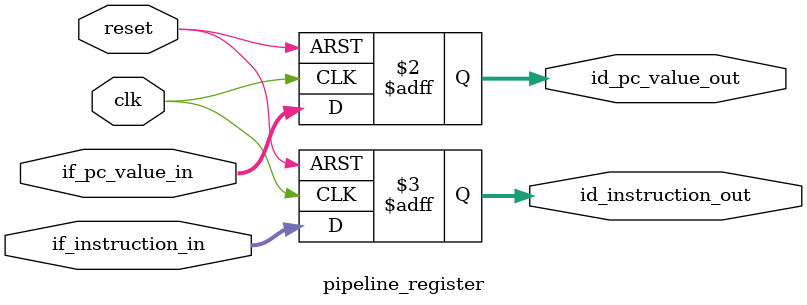
<source format=v>
`timescale 1ns / 1ps


module pipeline_register(
input wire clk,
input wire reset,
input wire [31:0]if_pc_value_in,
input wire [31:0] if_instruction_in,
output reg [31:0]id_pc_value_out,
output reg [31:0]id_instruction_out
);

always @(posedge clk or posedge reset) begin
if (reset) begin
    id_pc_value_out     <= 32'h0;
    id_instruction_out  <= 32'h0;
end else begin
 id_pc_value_out     <= if_pc_value_in;
 id_instruction_out  <= if_instruction_in;
 end
    end

endmodule
</source>
